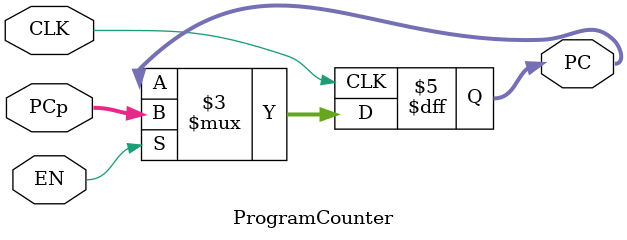
<source format=v>
`timescale 1ns / 1ps

module ProgramCounter #(parameter AWL = 6, DWL = 32, DEPTH = 2**AWL)
                       (input CLK, EN,
                        input [DWL-1:0] PCp,
                        output reg [DWL-1:0] PC);
    
initial PC = 20;
    
    always @ (posedge CLK) begin
        if (EN)
            PC <= PCp;
    end
    
endmodule

</source>
